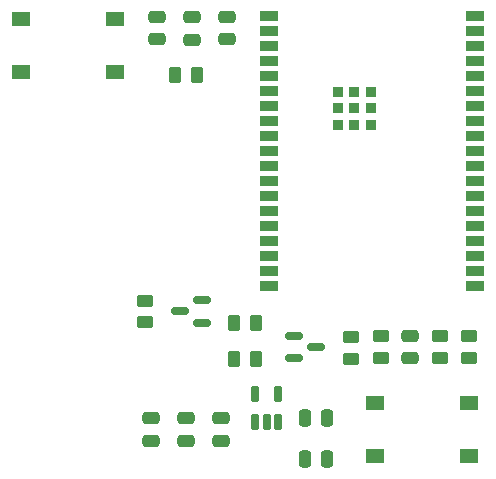
<source format=gtp>
%TF.GenerationSoftware,KiCad,Pcbnew,8.0.1*%
%TF.CreationDate,2024-04-07T23:26:14-05:00*%
%TF.ProjectId,ece445_headset,65636534-3435-45f6-9865-61647365742e,rev?*%
%TF.SameCoordinates,Original*%
%TF.FileFunction,Paste,Top*%
%TF.FilePolarity,Positive*%
%FSLAX46Y46*%
G04 Gerber Fmt 4.6, Leading zero omitted, Abs format (unit mm)*
G04 Created by KiCad (PCBNEW 8.0.1) date 2024-04-07 23:26:14*
%MOMM*%
%LPD*%
G01*
G04 APERTURE LIST*
G04 Aperture macros list*
%AMRoundRect*
0 Rectangle with rounded corners*
0 $1 Rounding radius*
0 $2 $3 $4 $5 $6 $7 $8 $9 X,Y pos of 4 corners*
0 Add a 4 corners polygon primitive as box body*
4,1,4,$2,$3,$4,$5,$6,$7,$8,$9,$2,$3,0*
0 Add four circle primitives for the rounded corners*
1,1,$1+$1,$2,$3*
1,1,$1+$1,$4,$5*
1,1,$1+$1,$6,$7*
1,1,$1+$1,$8,$9*
0 Add four rect primitives between the rounded corners*
20,1,$1+$1,$2,$3,$4,$5,0*
20,1,$1+$1,$4,$5,$6,$7,0*
20,1,$1+$1,$6,$7,$8,$9,0*
20,1,$1+$1,$8,$9,$2,$3,0*%
G04 Aperture macros list end*
%ADD10RoundRect,0.250000X0.475000X-0.250000X0.475000X0.250000X-0.475000X0.250000X-0.475000X-0.250000X0*%
%ADD11RoundRect,0.250000X-0.475000X0.250000X-0.475000X-0.250000X0.475000X-0.250000X0.475000X0.250000X0*%
%ADD12RoundRect,0.250000X-0.450000X0.262500X-0.450000X-0.262500X0.450000X-0.262500X0.450000X0.262500X0*%
%ADD13RoundRect,0.250000X0.262500X0.450000X-0.262500X0.450000X-0.262500X-0.450000X0.262500X-0.450000X0*%
%ADD14RoundRect,0.250000X0.250000X0.475000X-0.250000X0.475000X-0.250000X-0.475000X0.250000X-0.475000X0*%
%ADD15RoundRect,0.250000X-0.262500X-0.450000X0.262500X-0.450000X0.262500X0.450000X-0.262500X0.450000X0*%
%ADD16RoundRect,0.250000X0.450000X-0.262500X0.450000X0.262500X-0.450000X0.262500X-0.450000X-0.262500X0*%
%ADD17RoundRect,0.060000X-0.240000X-0.615000X0.240000X-0.615000X0.240000X0.615000X-0.240000X0.615000X0*%
%ADD18R,1.550000X1.300000*%
%ADD19R,1.498600X0.889000*%
%ADD20R,0.889000X0.889000*%
%ADD21RoundRect,0.150000X0.587500X0.150000X-0.587500X0.150000X-0.587500X-0.150000X0.587500X-0.150000X0*%
%ADD22RoundRect,0.150000X-0.587500X-0.150000X0.587500X-0.150000X0.587500X0.150000X-0.587500X0.150000X0*%
G04 APERTURE END LIST*
D10*
%TO.C,C4*%
X145000000Y-46450000D03*
X145000000Y-44550000D03*
%TD*%
D11*
%TO.C,C5*%
X166500000Y-71550000D03*
X166500000Y-73450000D03*
%TD*%
D10*
%TO.C,C6*%
X151000000Y-46450000D03*
X151000000Y-44550000D03*
%TD*%
D12*
%TO.C,R3*%
X171500000Y-71587500D03*
X171500000Y-73412500D03*
%TD*%
D13*
%TO.C,R1*%
X153412500Y-73500000D03*
X151587500Y-73500000D03*
%TD*%
D12*
%TO.C,R4*%
X169000000Y-71587500D03*
X169000000Y-73412500D03*
%TD*%
D14*
%TO.C,C9*%
X159450000Y-82000000D03*
X157550000Y-82000000D03*
%TD*%
D15*
%TO.C,R2*%
X151587500Y-70500000D03*
X153412500Y-70500000D03*
%TD*%
D16*
%TO.C,R8*%
X164000000Y-73412500D03*
X164000000Y-71587500D03*
%TD*%
D17*
%TO.C,U1*%
X153378392Y-78843216D03*
X154328392Y-78843216D03*
X155278392Y-78843216D03*
X155278392Y-76473216D03*
X153378392Y-76473216D03*
%TD*%
D13*
%TO.C,R7*%
X148412500Y-49500000D03*
X146587500Y-49500000D03*
%TD*%
D10*
%TO.C,C7*%
X148000000Y-46500000D03*
X148000000Y-44600000D03*
%TD*%
D11*
%TO.C,C2*%
X147500000Y-78550000D03*
X147500000Y-80450000D03*
%TD*%
D18*
%TO.C,SW2*%
X163525000Y-77250000D03*
X171475000Y-77250000D03*
X163525000Y-81750000D03*
X171475000Y-81750000D03*
%TD*%
D11*
%TO.C,C3*%
X150500000Y-78550000D03*
X150500000Y-80450000D03*
%TD*%
D18*
%TO.C,SW1*%
X133525000Y-44750000D03*
X141475000Y-44750000D03*
X133525000Y-49250000D03*
X141475000Y-49250000D03*
%TD*%
D19*
%TO.C,U2*%
X154500000Y-44500000D03*
X154500000Y-45770000D03*
X154500000Y-47040000D03*
X154500000Y-48310000D03*
X154500000Y-49580000D03*
X154500000Y-50850000D03*
X154500000Y-52120000D03*
X154500000Y-53390000D03*
X154500000Y-54660000D03*
X154500000Y-55930000D03*
X154500000Y-57200000D03*
X154500000Y-58470000D03*
X154500000Y-59740000D03*
X154500000Y-61010000D03*
X154500000Y-62280000D03*
X154500000Y-63550000D03*
X154500000Y-64820000D03*
X154500000Y-66090000D03*
X154500000Y-67360000D03*
X172000600Y-67360000D03*
X172000600Y-66090000D03*
X172000600Y-64820000D03*
X172000600Y-63550000D03*
X172000600Y-62280000D03*
X172000600Y-61010000D03*
X172000600Y-59740000D03*
X172000600Y-58470000D03*
X172000600Y-57200000D03*
X172000600Y-55930000D03*
X172000600Y-54660000D03*
X172000600Y-53390000D03*
X172000600Y-52120000D03*
X172000600Y-50850000D03*
X172000600Y-49580000D03*
X172000600Y-48310000D03*
X172000600Y-47040000D03*
X172000600Y-45770000D03*
X172000600Y-44500000D03*
D20*
X160347080Y-50898260D03*
X161746620Y-50898260D03*
X163146160Y-50898260D03*
X160347080Y-52297800D03*
X161746620Y-52297800D03*
X163146160Y-52297800D03*
X160347080Y-53697340D03*
X161746620Y-53697340D03*
X163146160Y-53697340D03*
%TD*%
D14*
%TO.C,C8*%
X159450000Y-78500000D03*
X157550000Y-78500000D03*
%TD*%
D21*
%TO.C,Q1*%
X148875000Y-70450000D03*
X148875000Y-68550000D03*
X147000000Y-69500000D03*
%TD*%
D16*
%TO.C,R6*%
X161500000Y-73500000D03*
X161500000Y-71675000D03*
%TD*%
D12*
%TO.C,R5*%
X144000000Y-68587500D03*
X144000000Y-70412500D03*
%TD*%
D22*
%TO.C,Q2*%
X156625000Y-71550000D03*
X156625000Y-73450000D03*
X158500000Y-72500000D03*
%TD*%
D11*
%TO.C,C1*%
X144500000Y-78550000D03*
X144500000Y-80450000D03*
%TD*%
M02*

</source>
